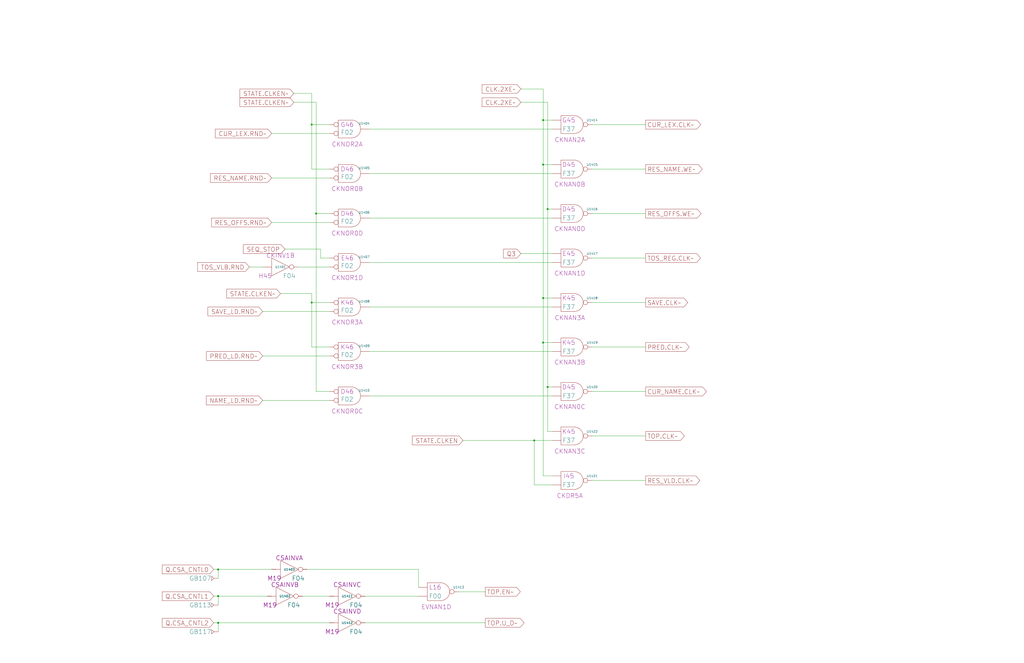
<source format=kicad_sch>
(kicad_sch (version 20211123) (generator eeschema)
  (paper "User" 584.2 378.46)
  (title_block (title "CS DISPLAY REGISTER CONTROL") (date "22-MAY-90") (rev "1.0") (comment 1 "SEQUENCER") (comment 2 "232-003064") (comment 3 "S400") (comment 4 "RELEASED"))
  (lib_symbols
    (symbol "r1000:F00" (pin_numbers hide) (pin_names hide)
      (property "Reference" "U" (at 15.24 0 0))
      (property "Value" "F00" (at 1.905 -5.08 0))
      (property "Location" "___" (at 1.905 0 0))
      (property "Name" "______" (at 2.54 -12.7 0))
      (symbol "F00_0_1"
        (polyline (pts (xy -2.54 -7.62) (xy 5.08 -7.62)) (stroke (width 0.1524)))
        (polyline (pts (xy -2.54 2.54) (xy -2.54 -7.62)) (stroke (width 0.1524)))
        (polyline (pts (xy -2.54 2.54) (xy 5.08 2.54)) (stroke (width 0.1524)))
        (arc (start 5.08 -7.62) (mid 10.1282 -2.54) (end 5.08 2.54) (stroke (width 0.1524)))
        (circle (center 11.43 -2.54) (radius 1.27) (stroke (width 0.1524)))
      )
      (symbol "F00_0_2"
        (circle (center -3.81 -5.08) (radius 1.27) (stroke (width 0.1524)))
        (circle (center -3.81 0) (radius 1.27) (stroke (width 0.1524)))
        (arc (start -3.175 -7.62) (mid -2.134 -2.54) (end -3.175 2.54) (stroke (width 0.1524)))
        (polyline (pts (xy -3.175 -7.62) (xy 3.81 -7.62)) (stroke (width 0.1524)))
        (polyline (pts (xy -3.175 2.54) (xy 3.81 2.54)) (stroke (width 0.1524)))
        (arc (start 3.81 -7.62) (mid 7.5855 -5.8306) (end 10.16 -2.54) (stroke (width 0.1524)))
        (arc (start 10.16 -2.54) (mid 7.5827 0.7471) (end 3.81 2.54) (stroke (width 0.1524)))
      )
      (symbol "F00_1_1"
        (pin input line (at -7.62 0 0) (length 5.08) (name "D0") (number "1"))
        (pin input line (at -7.62 -5.08 0) (length 5.08) (name "D1") (number "2"))
        (pin output line (at 15.24 -2.54 180) (length 2.54) (name "Q") (number "3"))
      )
      (symbol "F00_1_2"
        (pin input line (at -7.62 0 0) (length 2.54) (name "D0") (number "1"))
        (pin input line (at -7.62 -5.08 0) (length 2.54) (name "D1") (number "2"))
        (pin output line (at 15.24 -2.54 180) (length 5.08) (name "Q") (number "3"))
      )
    )
    (symbol "r1000:F02" (pin_numbers hide) (pin_names hide)
      (property "Reference" "U" (at 12.16 0.635 0))
      (property "Value" "F02" (at -1.27 -4.445 0))
      (property "Location" "___" (at 2.54 0 0))
      (property "Name" "______" (at 2.54 -12.7 0))
      (symbol "F02_0_1"
        (arc (start -3.81 -7.62) (mid -2.9847 -2.54) (end -3.81 2.54) (stroke (width 0.1524)))
        (polyline (pts (xy -5.08 -5.08) (xy -3.175 -5.08)) (stroke (width 0.1524)))
        (polyline (pts (xy -5.08 0) (xy -3.175 0)) (stroke (width 0.1524)))
        (polyline (pts (xy -3.81 -7.62) (xy 2.54 -7.62)) (stroke (width 0.1524)))
        (polyline (pts (xy -3.81 2.54) (xy 2.54 2.54)) (stroke (width 0.1524)))
        (polyline (pts (xy 13.97 -2.54) (xy 12.7 -2.54)) (stroke (width 0.1524)))
        (arc (start 2.54 -7.62) (mid 6.9515 -5.9823) (end 10.16 -2.54) (stroke (width 0.1524)))
        (arc (start 10.16 -2.54) (mid 6.9478 0.8966) (end 2.54 2.54) (stroke (width 0.1524)))
        (circle (center 11.43 -2.54) (radius 1.27) (stroke (width 0.1524)))
      )
      (symbol "F02_0_2"
        (circle (center -3.81 -5.08) (radius 1.27) (stroke (width 0.1524)))
        (circle (center -3.81 0) (radius 1.27) (stroke (width 0.1524)))
        (polyline (pts (xy -2.54 -7.62) (xy 5.08 -7.62)) (stroke (width 0.1524)))
        (polyline (pts (xy -2.54 2.54) (xy -2.54 -7.62)) (stroke (width 0.1524)))
        (polyline (pts (xy -2.54 2.54) (xy 5.08 2.54)) (stroke (width 0.1524)))
        (polyline (pts (xy 11.43 -2.54) (xy 10.16 -2.54)) (stroke (width 0.1524)))
        (polyline (pts (xy 11.43 -2.54) (xy 12.7 -2.54)) (stroke (width 0.1524)))
        (arc (start 5.08 -7.62) (mid 10.1282 -2.54) (end 5.08 2.54) (stroke (width 0.1524)))
      )
      (symbol "F02_1_1"
        (pin input line (at -7.62 0 0) (length 2.54) (name "D0") (number "1"))
        (pin input line (at -7.62 -5.08 0) (length 2.54) (name "D1") (number "2"))
        (pin output line (at 15.24 -2.54 180) (length 1.27) (name "Q") (number "3"))
      )
      (symbol "F02_1_2"
        (pin input line (at -7.62 0 0) (length 2.54) (name "D0") (number "1"))
        (pin input line (at -7.62 -5.08 0) (length 2.54) (name "D1") (number "2"))
        (pin output line (at 15.24 -2.54 180) (length 2.54) (name "Q") (number "3"))
      )
    )
    (symbol "r1000:F04" (pin_numbers hide) (pin_names hide)
      (property "Reference" "U" (at 0 0 0))
      (property "Value" "F04" (at 1.27 -5.08 0))
      (property "Location" "___" (at -12.7 -5.08 0))
      (property "Name" "______" (at 0 5.08 0))
      (symbol "F04_0_1"
        (polyline (pts (xy -7.62 0) (xy -5.08 0)) (stroke (width 0.1524)))
        (polyline (pts (xy -5.08 5.08) (xy -5.08 -5.08)) (stroke (width 0.1524)))
        (polyline (pts (xy 5.08 0) (xy -5.08 -5.08)) (stroke (width 0.1524)))
        (polyline (pts (xy 5.08 0) (xy -5.08 5.08)) (stroke (width 0.1524)))
        (circle (center 6.35 0) (radius 1.27) (stroke (width 0.1524)))
      )
      (symbol "F04_1_1"
        (pin input line (at -10.16 0 0) (length 2.54) (name "D") (number "1"))
        (pin output line (at 10.16 0 180) (length 2.54) (name "Q") (number "2"))
      )
    )
    (symbol "r1000:F37" (pin_numbers hide) (pin_names (offset 0) hide)
      (property "Reference" "U" (at 15.24 0 0))
      (property "Value" "F37" (at 1.905 -5.08 0))
      (property "Location" "___" (at 1.905 0 0))
      (property "Name" "______" (at 2.54 -12.7 0))
      (symbol "F37_0_1"
        (polyline (pts (xy -2.54 -7.62) (xy 5.08 -7.62)) (stroke (width 0.1524)))
        (polyline (pts (xy -2.54 2.54) (xy -2.54 -7.62)) (stroke (width 0.1524)))
        (polyline (pts (xy -2.54 2.54) (xy 5.08 2.54)) (stroke (width 0.1524)))
        (arc (start 5.08 -7.62) (mid 10.1282 -2.54) (end 5.08 2.54) (stroke (width 0.1524)))
        (circle (center 11.43 -2.54) (radius 1.27) (stroke (width 0.1524)))
      )
      (symbol "F37_0_2"
        (circle (center -3.81 -5.08) (radius 1.27) (stroke (width 0.1524)))
        (circle (center -3.81 0) (radius 1.27) (stroke (width 0.1524)))
        (arc (start -3.175 -7.62) (mid -2.134 -2.54) (end -3.175 2.54) (stroke (width 0.1524)))
        (polyline (pts (xy -3.175 -7.62) (xy 3.81 -7.62)) (stroke (width 0.1524)))
        (polyline (pts (xy -3.175 2.54) (xy 3.81 2.54)) (stroke (width 0.1524)))
        (arc (start 3.81 -7.62) (mid 7.5855 -5.8306) (end 10.16 -2.54) (stroke (width 0.1524)))
        (arc (start 10.16 -2.54) (mid 7.5827 0.7471) (end 3.81 2.54) (stroke (width 0.1524)))
      )
      (symbol "F37_1_1"
        (pin input line (at -7.62 0 0) (length 5.08) (name "D0") (number "1"))
        (pin input line (at -7.62 -5.08 0) (length 5.08) (name "D1") (number "2"))
        (pin output line (at 15.24 -2.54 180) (length 2.54) (name "Q") (number "3"))
      )
      (symbol "F37_1_2"
        (pin input line (at -7.62 0 0) (length 2.54) (name "D0") (number "1"))
        (pin input line (at -7.62 -5.08 0) (length 2.54) (name "D1") (number "2"))
        (pin output line (at 15.24 -2.54 180) (length 5.08) (name "Q") (number "3"))
      )
    )
    (symbol "r1000:GB" (pin_numbers hide) (pin_names (offset 0) hide)
      (property "Reference" "GB" (at 3.81 0 0))
      (symbol "GB_0_1"
        (polyline (pts (xy 2.54 0) (xy 3.81 1.27) (xy 3.81 -1.27) (xy 2.54 0)) (stroke (width 0.1524)))
      )
      (symbol "GB_1_1"
        (pin bidirectional line (at 0 0 0) (length 2.54) (name "") (number "1"))
      )
    )
  )
  (wire (pts (xy 121.92 325.12) (xy 124.46 325.12)))
  (wire (pts (xy 121.92 340.36) (xy 124.46 340.36)))
  (wire (pts (xy 121.92 355.6) (xy 124.46 355.6)))
  (wire (pts (xy 124.46 325.12) (xy 124.46 330.2)))
  (wire (pts (xy 124.46 325.12) (xy 154.94 325.12)))
  (wire (pts (xy 124.46 340.36) (xy 124.46 345.44)))
  (wire (pts (xy 124.46 340.36) (xy 152.4 340.36)))
  (wire (pts (xy 124.46 355.6) (xy 187.96 355.6)))
  (wire (pts (xy 124.46 360.68) (xy 124.46 355.6)))
  (wire (pts (xy 142.24 152.4) (xy 149.86 152.4)))
  (wire (pts (xy 149.86 177.8) (xy 187.96 177.8)))
  (wire (pts (xy 149.86 203.2) (xy 187.96 203.2)))
  (wire (pts (xy 149.86 228.6) (xy 187.96 228.6)))
  (wire (pts (xy 154.94 101.6) (xy 187.96 101.6)))
  (wire (pts (xy 154.94 127) (xy 187.96 127)))
  (wire (pts (xy 154.94 76.2) (xy 187.96 76.2)))
  (wire (pts (xy 162.56 142.24) (xy 182.88 142.24)))
  (wire (pts (xy 167.64 53.34) (xy 177.8 53.34)))
  (wire (pts (xy 167.64 58.42) (xy 180.34 58.42)))
  (wire (pts (xy 170.18 152.4) (xy 187.96 152.4)))
  (wire (pts (xy 172.72 340.36) (xy 187.96 340.36)))
  (wire (pts (xy 175.26 325.12) (xy 238.76 325.12)))
  (wire (pts (xy 177.8 167.64) (xy 160.02 167.64)))
  (wire (pts (xy 177.8 172.72) (xy 177.8 167.64)))
  (wire (pts (xy 177.8 198.12) (xy 177.8 172.72)))
  (wire (pts (xy 177.8 53.34) (xy 177.8 71.12)))
  (wire (pts (xy 177.8 71.12) (xy 187.96 71.12)))
  (wire (pts (xy 177.8 96.52) (xy 177.8 71.12)))
  (wire (pts (xy 180.34 121.92) (xy 187.96 121.92)))
  (wire (pts (xy 180.34 223.52) (xy 180.34 121.92)))
  (wire (pts (xy 180.34 58.42) (xy 180.34 121.92)))
  (wire (pts (xy 182.88 147.32) (xy 182.88 142.24)))
  (wire (pts (xy 187.96 147.32) (xy 182.88 147.32)))
  (wire (pts (xy 187.96 172.72) (xy 177.8 172.72)))
  (wire (pts (xy 187.96 198.12) (xy 177.8 198.12)))
  (wire (pts (xy 187.96 223.52) (xy 180.34 223.52)))
  (wire (pts (xy 187.96 96.52) (xy 177.8 96.52)))
  (wire (pts (xy 208.28 340.36) (xy 238.76 340.36)))
  (wire (pts (xy 208.28 355.6) (xy 276.86 355.6)))
  (wire (pts (xy 210.82 124.46) (xy 314.96 124.46)))
  (wire (pts (xy 210.82 149.86) (xy 314.96 149.86)))
  (wire (pts (xy 210.82 175.26) (xy 314.96 175.26)))
  (wire (pts (xy 210.82 200.66) (xy 314.96 200.66)))
  (wire (pts (xy 210.82 226.06) (xy 314.96 226.06)))
  (wire (pts (xy 210.82 73.66) (xy 314.96 73.66)))
  (wire (pts (xy 210.82 99.06) (xy 314.96 99.06)))
  (wire (pts (xy 238.76 325.12) (xy 238.76 335.28)))
  (wire (pts (xy 261.62 337.82) (xy 276.86 337.82)))
  (wire (pts (xy 264.16 251.46) (xy 304.8 251.46)))
  (wire (pts (xy 297.18 144.78) (xy 314.96 144.78)))
  (wire (pts (xy 297.18 50.8) (xy 309.88 50.8)))
  (wire (pts (xy 297.18 58.42) (xy 312.42 58.42)))
  (wire (pts (xy 304.8 251.46) (xy 314.96 251.46)))
  (wire (pts (xy 304.8 276.86) (xy 304.8 251.46)))
  (wire (pts (xy 309.88 170.18) (xy 309.88 195.58)))
  (wire (pts (xy 309.88 271.78) (xy 309.88 195.58)))
  (wire (pts (xy 309.88 50.8) (xy 309.88 68.58)))
  (wire (pts (xy 309.88 68.58) (xy 309.88 93.98)))
  (wire (pts (xy 309.88 68.58) (xy 314.96 68.58)))
  (wire (pts (xy 309.88 93.98) (xy 309.88 170.18)))
  (wire (pts (xy 312.42 119.38) (xy 312.42 220.98)))
  (wire (pts (xy 312.42 119.38) (xy 314.96 119.38)))
  (wire (pts (xy 312.42 246.38) (xy 312.42 220.98)))
  (wire (pts (xy 312.42 58.42) (xy 312.42 119.38)))
  (wire (pts (xy 314.96 170.18) (xy 309.88 170.18)))
  (wire (pts (xy 314.96 195.58) (xy 309.88 195.58)))
  (wire (pts (xy 314.96 220.98) (xy 312.42 220.98)))
  (wire (pts (xy 314.96 246.38) (xy 312.42 246.38)))
  (wire (pts (xy 314.96 271.78) (xy 309.88 271.78)))
  (wire (pts (xy 314.96 276.86) (xy 304.8 276.86)))
  (wire (pts (xy 314.96 93.98) (xy 309.88 93.98)))
  (wire (pts (xy 337.82 121.92) (xy 368.3 121.92)))
  (wire (pts (xy 337.82 147.32) (xy 368.3 147.32)))
  (wire (pts (xy 337.82 172.72) (xy 368.3 172.72)))
  (wire (pts (xy 337.82 198.12) (xy 368.3 198.12)))
  (wire (pts (xy 337.82 223.52) (xy 368.3 223.52)))
  (wire (pts (xy 337.82 248.92) (xy 368.3 248.92)))
  (wire (pts (xy 337.82 274.32) (xy 368.3 274.32)))
  (wire (pts (xy 337.82 71.12) (xy 368.3 71.12)))
  (wire (pts (xy 337.82 96.52) (xy 368.3 96.52)))
  (global_label "Q.CSA_CNTL0" (shape input) (at 121.92 325.12 180) (effects (font (size 2.54 2.54))) (property "Intersheet References" "${INTERSHEET_REFS}" (at 92.5407 324.9613 0) (effects (font (size 2.54 2.54)) (justify right))))
  (global_label "Q.CSA_CNTL1" (shape input) (at 121.92 340.36 180) (effects (font (size 2.54 2.54))) (property "Intersheet References" "${INTERSHEET_REFS}" (at 92.5407 340.2013 0) (effects (font (size 2.54 2.54)) (justify right))))
  (global_label "Q.CSA_CNTL2" (shape input) (at 121.92 355.6 180) (effects (font (size 2.54 2.54))) (property "Intersheet References" "${INTERSHEET_REFS}" (at 92.5407 355.4413 0) (effects (font (size 2.54 2.54)) (justify right))))
  (junction (at 124.46 325.12))
  (symbol (lib_id "r1000:GB") (at 124.46 330.2 0) (mirror y) (unit 1)
    (property "Reference" "GB107" (at 120.65 330.2 0) (effects (font (size 2.54 2.54)) (justify left)))
    (property "Value" "GB" (effects hide))
  )
  (junction (at 124.46 340.36))
  (symbol (lib_id "r1000:GB") (at 124.46 345.44 0) (mirror y) (unit 1)
    (property "Reference" "GB113" (at 120.65 345.44 0) (effects (font (size 2.54 2.54)) (justify left)))
    (property "Value" "GB" (effects hide))
  )
  (junction (at 124.46 355.6))
  (symbol (lib_id "r1000:GB") (at 124.46 360.68 0) (mirror y) (unit 1)
    (property "Reference" "GB117" (at 120.65 360.68 0) (effects (font (size 2.54 2.54)) (justify left)))
    (property "Value" "GB" (effects hide))
  )
  (global_label "TOS_VLB.RND" (shape input) (at 142.24 152.4 180) (effects (font (size 2.54 2.54))) (property "Intersheet References" "${INTERSHEET_REFS}" (at 112.7397 152.2413 0) (effects (font (size 2.54 2.54)) (justify right))))
  (global_label "SAVE_LD.RND~" (shape input) (at 149.86 177.8 180) (effects (font (size 2.54 2.54))) (property "Intersheet References" "${INTERSHEET_REFS}" (at 118.6664 177.6413 0) (effects (font (size 2.54 2.54)) (justify right))))
  (global_label "PRED_LD.RND~" (shape input) (at 149.86 203.2 180) (effects (font (size 2.54 2.54))) (property "Intersheet References" "${INTERSHEET_REFS}" (at 117.8197 203.0413 0) (effects (font (size 2.54 2.54)) (justify right))))
  (global_label "NAME_LD.RND~" (shape input) (at 149.86 228.6 180) (effects (font (size 2.54 2.54))) (property "Intersheet References" "${INTERSHEET_REFS}" (at 117.6988 228.4413 0) (effects (font (size 2.54 2.54)) (justify right))))
  (global_label "CUR_LEX.RND~" (shape input) (at 154.94 76.2 180) (effects (font (size 2.54 2.54))) (property "Intersheet References" "${INTERSHEET_REFS}" (at 122.8997 76.0413 0) (effects (font (size 2.54 2.54)) (justify right))))
  (global_label "RES_NAME.RND~" (shape input) (at 154.94 101.6 180) (effects (font (size 2.54 2.54))) (property "Intersheet References" "${INTERSHEET_REFS}" (at 120.1178 101.4413 0) (effects (font (size 2.54 2.54)) (justify right))))
  (global_label "RES_OFFS.RND~" (shape input) (at 154.94 127 180) (effects (font (size 2.54 2.54))) (property "Intersheet References" "${INTERSHEET_REFS}" (at 120.7226 126.8413 0) (effects (font (size 2.54 2.54)) (justify right))))
  (symbol (lib_id "r1000:F04") (at 160.02 152.4 0) (unit 1)
    (property "Reference" "U1401" (at 160.02 152.4 0))
    (property "Value" "F04" (at 161.29 157.48 0) (effects (font (size 2.54 2.54)) (justify left)))
    (property "Location" "H45" (at 147.32 157.48 0) (effects (font (size 2.54 2.54)) (justify left)))
    (property "Name" "CKINV1B" (at 160.02 147.32 0) (effects (font (size 2.54 2.54)) (justify bottom)))
  )
  (global_label "STATE.CLKEN~" (shape input) (at 160.02 167.64 180) (effects (font (size 2.54 2.54))) (property "Intersheet References" "${INTERSHEET_REFS}" (at 123.1416 167.4813 0) (effects (font (size 2.54 2.54)) (justify right))))
  (global_label "SEQ_STOP" (shape input) (at 162.56 142.24 180) (effects (font (size 2.54 2.54))) (property "Intersheet References" "${INTERSHEET_REFS}" (at 138.8654 142.0813 0) (effects (font (size 2.54 2.54)) (justify right))))
  (symbol (lib_id "r1000:F04") (at 162.56 340.36 0) (unit 1)
    (property "Reference" "U1402" (at 162.56 340.36 0))
    (property "Value" "F04" (at 163.83 345.44 0) (effects (font (size 2.54 2.54)) (justify left)))
    (property "Location" "M19" (at 149.86 345.44 0) (effects (font (size 2.54 2.54)) (justify left)))
    (property "Name" "CSAINVB" (at 162.56 335.28 0) (effects (font (size 2.54 2.54)) (justify bottom)))
  )
  (symbol (lib_id "r1000:F04") (at 165.1 325.12 0) (unit 1)
    (property "Reference" "U1403" (at 165.1 325.12 0))
    (property "Value" "F04" (at 166.37 330.2 0) (effects (font (size 2.54 2.54)) (justify left)))
    (property "Location" "M19" (at 152.4 330.2 0) (effects (font (size 2.54 2.54)) (justify left)))
    (property "Name" "CSAINVA" (at 165.1 320.04 0) (effects (font (size 2.54 2.54)) (justify bottom)))
  )
  (global_label "STATE.CLKEN~" (shape input) (at 167.64 53.34 180) (effects (font (size 2.54 2.54))) (property "Intersheet References" "${INTERSHEET_REFS}" (at 130.7616 53.1813 0) (effects (font (size 2.54 2.54)) (justify right))))
  (global_label "STATE.CLKEN~" (shape input) (at 167.64 58.42 180) (effects (font (size 2.54 2.54))) (property "Intersheet References" "${INTERSHEET_REFS}" (at 130.7616 58.2613 0) (effects (font (size 2.54 2.54)) (justify right))))
  (junction (at 177.8 71.12))
  (junction (at 177.8 172.72))
  (junction (at 180.34 121.92))
  (symbol (lib_id "r1000:F02") (at 195.58 71.12 0) (unit 1) (convert 2)
    (property "Reference" "U1404" (at 207.74 70.485 0))
    (property "Value" "F02" (at 194.31 75.565 0) (effects (font (size 2.54 2.54)) (justify left)))
    (property "Location" "G46" (at 198.12 71.12 0) (effects (font (size 2.54 2.54))))
    (property "Name" "CKNOR2A" (at 198.12 83.82 0) (effects (font (size 2.54 2.54)) (justify bottom)))
  )
  (symbol (lib_id "r1000:F02") (at 195.58 96.52 0) (unit 1) (convert 2)
    (property "Reference" "U1405" (at 207.74 95.885 0))
    (property "Value" "F02" (at 194.31 100.965 0) (effects (font (size 2.54 2.54)) (justify left)))
    (property "Location" "D46" (at 198.12 96.52 0) (effects (font (size 2.54 2.54))))
    (property "Name" "CKNOR0B" (at 198.12 109.22 0) (effects (font (size 2.54 2.54)) (justify bottom)))
  )
  (symbol (lib_id "r1000:F02") (at 195.58 121.92 0) (unit 1) (convert 2)
    (property "Reference" "U1406" (at 207.74 121.285 0))
    (property "Value" "F02" (at 194.31 126.365 0) (effects (font (size 2.54 2.54)) (justify left)))
    (property "Location" "D46" (at 198.12 121.92 0) (effects (font (size 2.54 2.54))))
    (property "Name" "CKNOR0D" (at 198.12 134.62 0) (effects (font (size 2.54 2.54)) (justify bottom)))
  )
  (symbol (lib_id "r1000:F02") (at 195.58 147.32 0) (unit 1) (convert 2)
    (property "Reference" "U1407" (at 207.74 146.685 0))
    (property "Value" "F02" (at 194.31 151.765 0) (effects (font (size 2.54 2.54)) (justify left)))
    (property "Location" "E46" (at 198.12 147.32 0) (effects (font (size 2.54 2.54))))
    (property "Name" "CKNOR1D" (at 198.12 160.02 0) (effects (font (size 2.54 2.54)) (justify bottom)))
  )
  (symbol (lib_id "r1000:F02") (at 195.58 172.72 0) (unit 1) (convert 2)
    (property "Reference" "U1408" (at 207.74 172.085 0))
    (property "Value" "F02" (at 194.31 177.165 0) (effects (font (size 2.54 2.54)) (justify left)))
    (property "Location" "K46" (at 198.12 172.72 0) (effects (font (size 2.54 2.54))))
    (property "Name" "CKNOR3A" (at 198.12 185.42 0) (effects (font (size 2.54 2.54)) (justify bottom)))
  )
  (symbol (lib_id "r1000:F02") (at 195.58 198.12 0) (unit 1) (convert 2)
    (property "Reference" "U1409" (at 207.74 197.485 0))
    (property "Value" "F02" (at 194.31 202.565 0) (effects (font (size 2.54 2.54)) (justify left)))
    (property "Location" "K46" (at 198.12 198.12 0) (effects (font (size 2.54 2.54))))
    (property "Name" "CKNOR3B" (at 198.12 210.82 0) (effects (font (size 2.54 2.54)) (justify bottom)))
  )
  (symbol (lib_id "r1000:F02") (at 195.58 223.52 0) (unit 1) (convert 2)
    (property "Reference" "U1410" (at 207.74 222.885 0))
    (property "Value" "F02" (at 194.31 227.965 0) (effects (font (size 2.54 2.54)) (justify left)))
    (property "Location" "D46" (at 198.12 223.52 0) (effects (font (size 2.54 2.54))))
    (property "Name" "CKNOR0C" (at 198.12 236.22 0) (effects (font (size 2.54 2.54)) (justify bottom)))
  )
  (symbol (lib_id "r1000:F04") (at 198.12 340.36 0) (unit 1)
    (property "Reference" "U1411" (at 198.12 340.36 0))
    (property "Value" "F04" (at 199.39 345.44 0) (effects (font (size 2.54 2.54)) (justify left)))
    (property "Location" "M19" (at 185.42 345.44 0) (effects (font (size 2.54 2.54)) (justify left)))
    (property "Name" "CSAINVC" (at 198.12 335.28 0) (effects (font (size 2.54 2.54)) (justify bottom)))
  )
  (symbol (lib_id "r1000:F04") (at 198.12 355.6 0) (unit 1)
    (property "Reference" "U1412" (at 198.12 355.6 0))
    (property "Value" "F04" (at 199.39 360.68 0) (effects (font (size 2.54 2.54)) (justify left)))
    (property "Location" "M19" (at 185.42 360.68 0) (effects (font (size 2.54 2.54)) (justify left)))
    (property "Name" "CSAINVD" (at 198.12 350.52 0) (effects (font (size 2.54 2.54)) (justify bottom)))
  )
  (symbol (lib_id "r1000:F00") (at 246.38 335.28 0) (unit 1)
    (property "Reference" "U1413" (at 261.62 335.28 0))
    (property "Value" "F00" (at 248.285 340.36 0) (effects (font (size 2.54 2.54))))
    (property "Location" "L16" (at 248.285 335.28 0) (effects (font (size 2.54 2.54))))
    (property "Name" "EVNAN1D" (at 248.92 347.98 0) (effects (font (size 2.54 2.54)) (justify bottom)))
  )
  (global_label "STATE.CLKEN" (shape input) (at 264.16 251.46 180) (effects (font (size 2.54 2.54))) (property "Intersheet References" "${INTERSHEET_REFS}" (at 235.2645 251.3013 0) (effects (font (size 2.54 2.54)) (justify right))))
  (global_label "TOP.EN~" (shape output) (at 276.86 337.82 0) (effects (font (size 2.54 2.54))) (property "Intersheet References" "${INTERSHEET_REFS}" (at 296.805 337.6613 0) (effects (font (size 2.54 2.54)) (justify left))))
  (global_label "TOP.U_D~" (shape output) (at 276.86 355.6 0) (effects (font (size 2.54 2.54))) (property "Intersheet References" "${INTERSHEET_REFS}" (at 298.9822 355.4413 0) (effects (font (size 2.54 2.54)) (justify left))))
  (global_label "CLK.2XE~" (shape input) (at 297.18 50.8 180) (effects (font (size 2.54 2.54))) (property "Intersheet References" "${INTERSHEET_REFS}" (at 268.8892 50.6413 0) (effects (font (size 2.54 2.54)) (justify right))))
  (global_label "CLK.2XE~" (shape input) (at 297.18 58.42 180) (effects (font (size 2.54 2.54))) (property "Intersheet References" "${INTERSHEET_REFS}" (at 268.8892 58.2613 0) (effects (font (size 2.54 2.54)) (justify right))))
  (global_label "Q3" (shape input) (at 297.18 144.78 180) (effects (font (size 2.54 2.54))) (property "Intersheet References" "${INTERSHEET_REFS}" (at 287.274 144.6213 0) (effects (font (size 2.54 2.54)) (justify right))))
  (junction (at 304.8 251.46))
  (junction (at 309.88 68.58))
  (junction (at 309.88 93.98))
  (junction (at 309.88 170.18))
  (junction (at 309.88 195.58))
  (junction (at 312.42 119.38))
  (junction (at 312.42 220.98))
  (symbol (lib_id "r1000:F37") (at 322.58 68.58 0) (unit 1)
    (property "Reference" "U1414" (at 337.82 68.58 0))
    (property "Value" "F37" (at 324.485 73.66 0) (effects (font (size 2.54 2.54))))
    (property "Location" "G45" (at 324.485 68.58 0) (effects (font (size 2.54 2.54))))
    (property "Name" "CKNAN2A" (at 325.12 81.28 0) (effects (font (size 2.54 2.54)) (justify bottom)))
  )
  (symbol (lib_id "r1000:F37") (at 322.58 93.98 0) (unit 1)
    (property "Reference" "U1415" (at 337.82 93.98 0))
    (property "Value" "F37" (at 324.485 99.06 0) (effects (font (size 2.54 2.54))))
    (property "Location" "D45" (at 324.485 93.98 0) (effects (font (size 2.54 2.54))))
    (property "Name" "CKNAN0B" (at 325.12 106.68 0) (effects (font (size 2.54 2.54)) (justify bottom)))
  )
  (symbol (lib_id "r1000:F37") (at 322.58 119.38 0) (unit 1)
    (property "Reference" "U1416" (at 337.82 119.38 0))
    (property "Value" "F37" (at 324.485 124.46 0) (effects (font (size 2.54 2.54))))
    (property "Location" "D45" (at 324.485 119.38 0) (effects (font (size 2.54 2.54))))
    (property "Name" "CKNAN0D" (at 325.12 132.08 0) (effects (font (size 2.54 2.54)) (justify bottom)))
  )
  (symbol (lib_id "r1000:F37") (at 322.58 144.78 0) (unit 1)
    (property "Reference" "U1417" (at 337.82 144.78 0))
    (property "Value" "F37" (at 324.485 149.86 0) (effects (font (size 2.54 2.54))))
    (property "Location" "E45" (at 324.485 144.78 0) (effects (font (size 2.54 2.54))))
    (property "Name" "CKNAN1D" (at 325.12 157.48 0) (effects (font (size 2.54 2.54)) (justify bottom)))
  )
  (symbol (lib_id "r1000:F37") (at 322.58 170.18 0) (unit 1)
    (property "Reference" "U1418" (at 337.82 170.18 0))
    (property "Value" "F37" (at 324.485 175.26 0) (effects (font (size 2.54 2.54))))
    (property "Location" "K45" (at 324.485 170.18 0) (effects (font (size 2.54 2.54))))
    (property "Name" "CKNAN3A" (at 325.12 182.88 0) (effects (font (size 2.54 2.54)) (justify bottom)))
  )
  (symbol (lib_id "r1000:F37") (at 322.58 195.58 0) (unit 1)
    (property "Reference" "U1419" (at 337.82 195.58 0))
    (property "Value" "F37" (at 324.485 200.66 0) (effects (font (size 2.54 2.54))))
    (property "Location" "K45" (at 324.485 195.58 0) (effects (font (size 2.54 2.54))))
    (property "Name" "CKNAN3B" (at 325.12 208.28 0) (effects (font (size 2.54 2.54)) (justify bottom)))
  )
  (symbol (lib_id "r1000:F37") (at 322.58 220.98 0) (unit 1)
    (property "Reference" "U1420" (at 337.82 220.98 0))
    (property "Value" "F37" (at 324.485 226.06 0) (effects (font (size 2.54 2.54))))
    (property "Location" "D45" (at 324.485 220.98 0) (effects (font (size 2.54 2.54))))
    (property "Name" "CKNAN0C" (at 325.12 233.68 0) (effects (font (size 2.54 2.54)) (justify bottom)))
  )
  (symbol (lib_id "r1000:F37") (at 322.58 246.38 0) (unit 1)
    (property "Reference" "U1422" (at 337.82 246.38 0))
    (property "Value" "F37" (at 324.485 251.46 0) (effects (font (size 2.54 2.54))))
    (property "Location" "K45" (at 324.485 246.38 0) (effects (font (size 2.54 2.54))))
    (property "Name" "CKNAN3C" (at 325.12 259.08 0) (effects (font (size 2.54 2.54)) (justify bottom)))
  )
  (symbol (lib_id "r1000:F37") (at 322.58 271.78 0) (unit 1)
    (property "Reference" "U1421" (at 337.82 271.78 0))
    (property "Value" "F37" (at 324.485 276.86 0) (effects (font (size 2.54 2.54))))
    (property "Location" "I45" (at 324.485 271.78 0) (effects (font (size 2.54 2.54))))
    (property "Name" "CKDR5A" (at 325.12 284.48 0) (effects (font (size 2.54 2.54)) (justify bottom)))
  )
  (global_label "CUR_LEX.CLK~" (shape output) (at 368.3 71.12 0) (effects (font (size 2.54 2.54))) (property "Intersheet References" "${INTERSHEET_REFS}" (at 399.7355 70.9613 0) (effects (font (size 2.54 2.54)) (justify left))))
  (global_label "RES_NAME.WE~" (shape output) (at 368.3 96.52 0) (effects (font (size 2.54 2.54))) (property "Intersheet References" "${INTERSHEET_REFS}" (at 400.5822 96.3613 0) (effects (font (size 2.54 2.54)) (justify left))))
  (global_label "RES_OFFS.WE~" (shape output) (at 368.3 121.92 0) (effects (font (size 2.54 2.54))) (property "Intersheet References" "${INTERSHEET_REFS}" (at 399.9774 121.7613 0) (effects (font (size 2.54 2.54)) (justify left))))
  (global_label "TOS_REG.CLK~" (shape output) (at 368.3 147.32 0) (effects (font (size 2.54 2.54))) (property "Intersheet References" "${INTERSHEET_REFS}" (at 399.6146 147.1613 0) (effects (font (size 2.54 2.54)) (justify left))))
  (global_label "SAVE.CLK~" (shape output) (at 368.3 172.72 0) (effects (font (size 2.54 2.54))) (property "Intersheet References" "${INTERSHEET_REFS}" (at 392.3574 172.5613 0) (effects (font (size 2.54 2.54)) (justify left))))
  (global_label "PRED.CLK~" (shape output) (at 368.3 198.12 0) (effects (font (size 2.54 2.54))) (property "Intersheet References" "${INTERSHEET_REFS}" (at 393.2041 197.9613 0) (effects (font (size 2.54 2.54)) (justify left))))
  (global_label "CUR_NAME.CLK~" (shape output) (at 368.3 223.52 0) (effects (font (size 2.54 2.54))) (property "Intersheet References" "${INTERSHEET_REFS}" (at 403.0012 223.3613 0) (effects (font (size 2.54 2.54)) (justify left))))
  (global_label "TOP.CLK~" (shape output) (at 368.3 248.92 0) (effects (font (size 2.54 2.54))) (property "Intersheet References" "${INTERSHEET_REFS}" (at 390.4222 248.7613 0) (effects (font (size 2.54 2.54)) (justify left))))
  (global_label "RES_VLD.CLK~" (shape output) (at 368.3 274.32 0) (effects (font (size 2.54 2.54))) (property "Intersheet References" "${INTERSHEET_REFS}" (at 399.2517 274.1613 0) (effects (font (size 2.54 2.54)) (justify left))))
)
</source>
